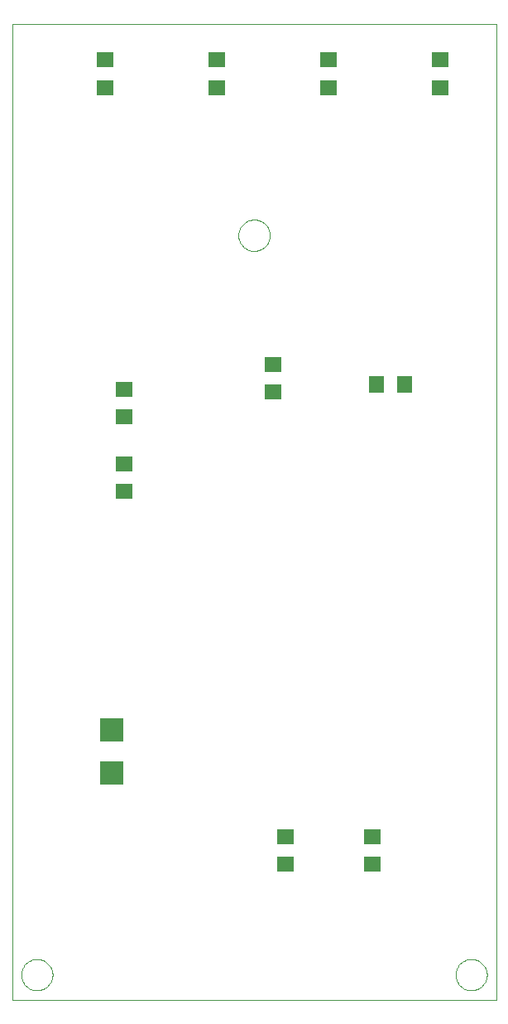
<source format=gbp>
G75*
%MOIN*%
%OFA0B0*%
%FSLAX24Y24*%
%IPPOS*%
%LPD*%
%AMOC8*
5,1,8,0,0,1.08239X$1,22.5*
%
%ADD10C,0.0000*%
%ADD11R,0.0709X0.0630*%
%ADD12R,0.0710X0.0630*%
%ADD13R,0.0945X0.0945*%
%ADD14R,0.0630X0.0710*%
D10*
X000100Y000100D02*
X000100Y039350D01*
X019600Y039350D01*
X019600Y000100D01*
X000100Y000100D01*
X000470Y001100D02*
X000472Y001150D01*
X000478Y001200D01*
X000488Y001249D01*
X000502Y001297D01*
X000519Y001344D01*
X000540Y001389D01*
X000565Y001433D01*
X000593Y001474D01*
X000625Y001513D01*
X000659Y001550D01*
X000696Y001584D01*
X000736Y001614D01*
X000778Y001641D01*
X000822Y001665D01*
X000868Y001686D01*
X000915Y001702D01*
X000963Y001715D01*
X001013Y001724D01*
X001062Y001729D01*
X001113Y001730D01*
X001163Y001727D01*
X001212Y001720D01*
X001261Y001709D01*
X001309Y001694D01*
X001355Y001676D01*
X001400Y001654D01*
X001443Y001628D01*
X001484Y001599D01*
X001523Y001567D01*
X001559Y001532D01*
X001591Y001494D01*
X001621Y001454D01*
X001648Y001411D01*
X001671Y001367D01*
X001690Y001321D01*
X001706Y001273D01*
X001718Y001224D01*
X001726Y001175D01*
X001730Y001125D01*
X001730Y001075D01*
X001726Y001025D01*
X001718Y000976D01*
X001706Y000927D01*
X001690Y000879D01*
X001671Y000833D01*
X001648Y000789D01*
X001621Y000746D01*
X001591Y000706D01*
X001559Y000668D01*
X001523Y000633D01*
X001484Y000601D01*
X001443Y000572D01*
X001400Y000546D01*
X001355Y000524D01*
X001309Y000506D01*
X001261Y000491D01*
X001212Y000480D01*
X001163Y000473D01*
X001113Y000470D01*
X001062Y000471D01*
X001013Y000476D01*
X000963Y000485D01*
X000915Y000498D01*
X000868Y000514D01*
X000822Y000535D01*
X000778Y000559D01*
X000736Y000586D01*
X000696Y000616D01*
X000659Y000650D01*
X000625Y000687D01*
X000593Y000726D01*
X000565Y000767D01*
X000540Y000811D01*
X000519Y000856D01*
X000502Y000903D01*
X000488Y000951D01*
X000478Y001000D01*
X000472Y001050D01*
X000470Y001100D01*
X009220Y030850D02*
X009222Y030900D01*
X009228Y030950D01*
X009238Y030999D01*
X009252Y031047D01*
X009269Y031094D01*
X009290Y031139D01*
X009315Y031183D01*
X009343Y031224D01*
X009375Y031263D01*
X009409Y031300D01*
X009446Y031334D01*
X009486Y031364D01*
X009528Y031391D01*
X009572Y031415D01*
X009618Y031436D01*
X009665Y031452D01*
X009713Y031465D01*
X009763Y031474D01*
X009812Y031479D01*
X009863Y031480D01*
X009913Y031477D01*
X009962Y031470D01*
X010011Y031459D01*
X010059Y031444D01*
X010105Y031426D01*
X010150Y031404D01*
X010193Y031378D01*
X010234Y031349D01*
X010273Y031317D01*
X010309Y031282D01*
X010341Y031244D01*
X010371Y031204D01*
X010398Y031161D01*
X010421Y031117D01*
X010440Y031071D01*
X010456Y031023D01*
X010468Y030974D01*
X010476Y030925D01*
X010480Y030875D01*
X010480Y030825D01*
X010476Y030775D01*
X010468Y030726D01*
X010456Y030677D01*
X010440Y030629D01*
X010421Y030583D01*
X010398Y030539D01*
X010371Y030496D01*
X010341Y030456D01*
X010309Y030418D01*
X010273Y030383D01*
X010234Y030351D01*
X010193Y030322D01*
X010150Y030296D01*
X010105Y030274D01*
X010059Y030256D01*
X010011Y030241D01*
X009962Y030230D01*
X009913Y030223D01*
X009863Y030220D01*
X009812Y030221D01*
X009763Y030226D01*
X009713Y030235D01*
X009665Y030248D01*
X009618Y030264D01*
X009572Y030285D01*
X009528Y030309D01*
X009486Y030336D01*
X009446Y030366D01*
X009409Y030400D01*
X009375Y030437D01*
X009343Y030476D01*
X009315Y030517D01*
X009290Y030561D01*
X009269Y030606D01*
X009252Y030653D01*
X009238Y030701D01*
X009228Y030750D01*
X009222Y030800D01*
X009220Y030850D01*
X017970Y001100D02*
X017972Y001150D01*
X017978Y001200D01*
X017988Y001249D01*
X018002Y001297D01*
X018019Y001344D01*
X018040Y001389D01*
X018065Y001433D01*
X018093Y001474D01*
X018125Y001513D01*
X018159Y001550D01*
X018196Y001584D01*
X018236Y001614D01*
X018278Y001641D01*
X018322Y001665D01*
X018368Y001686D01*
X018415Y001702D01*
X018463Y001715D01*
X018513Y001724D01*
X018562Y001729D01*
X018613Y001730D01*
X018663Y001727D01*
X018712Y001720D01*
X018761Y001709D01*
X018809Y001694D01*
X018855Y001676D01*
X018900Y001654D01*
X018943Y001628D01*
X018984Y001599D01*
X019023Y001567D01*
X019059Y001532D01*
X019091Y001494D01*
X019121Y001454D01*
X019148Y001411D01*
X019171Y001367D01*
X019190Y001321D01*
X019206Y001273D01*
X019218Y001224D01*
X019226Y001175D01*
X019230Y001125D01*
X019230Y001075D01*
X019226Y001025D01*
X019218Y000976D01*
X019206Y000927D01*
X019190Y000879D01*
X019171Y000833D01*
X019148Y000789D01*
X019121Y000746D01*
X019091Y000706D01*
X019059Y000668D01*
X019023Y000633D01*
X018984Y000601D01*
X018943Y000572D01*
X018900Y000546D01*
X018855Y000524D01*
X018809Y000506D01*
X018761Y000491D01*
X018712Y000480D01*
X018663Y000473D01*
X018613Y000470D01*
X018562Y000471D01*
X018513Y000476D01*
X018463Y000485D01*
X018415Y000498D01*
X018368Y000514D01*
X018322Y000535D01*
X018278Y000559D01*
X018236Y000586D01*
X018196Y000616D01*
X018159Y000650D01*
X018125Y000687D01*
X018093Y000726D01*
X018065Y000767D01*
X018040Y000811D01*
X018019Y000856D01*
X018002Y000903D01*
X017988Y000951D01*
X017978Y001000D01*
X017972Y001050D01*
X017970Y001100D01*
D11*
X010600Y024549D03*
X010600Y025651D03*
X004600Y024651D03*
X004600Y023549D03*
X004600Y021651D03*
X004600Y020549D03*
D12*
X011100Y006660D03*
X011100Y005540D03*
X014600Y005540D03*
X014600Y006660D03*
X012850Y036790D03*
X012850Y037910D03*
X008350Y037910D03*
X008350Y036790D03*
X003850Y036790D03*
X003850Y037910D03*
X017350Y037910D03*
X017350Y036790D03*
D13*
X004100Y010966D03*
X004100Y009234D03*
D14*
X014790Y024850D03*
X015910Y024850D03*
M02*

</source>
